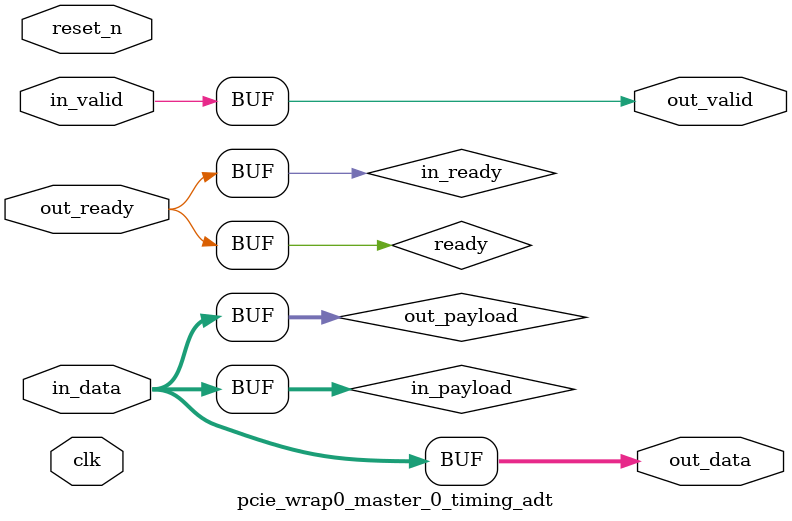
<source format=v>

`timescale 1ns / 100ps
module pcie_wrap0_master_0_timing_adt (
    
      // Interface: clk
      input              clk,
      // Interface: reset
      input              reset_n,
      // Interface: in
      input              in_valid,
      input      [ 7: 0] in_data,
      // Interface: out
      output reg         out_valid,
      output reg [ 7: 0] out_data,
      input              out_ready
);




   // ---------------------------------------------------------------------
   //| Signal Declarations
   // ---------------------------------------------------------------------

   reg  [ 7: 0] in_payload;
   reg  [ 7: 0] out_payload;
   reg  [ 0: 0] ready;
   reg          in_ready;
   // synthesis translate_off
   always @(negedge in_ready) begin
      $display("%m: The downstream component is backpressuring by deasserting ready, but the upstream component can't be backpressured.");
   end
   // synthesis translate_on   


   // ---------------------------------------------------------------------
   //| Payload Mapping
   // ---------------------------------------------------------------------
   always @* begin
     in_payload = {in_data};
     {out_data} = out_payload;
   end

   // ---------------------------------------------------------------------
   //| Ready & valid signals.
   // ---------------------------------------------------------------------
   always @* begin
     ready[0] = out_ready;
     out_valid = in_valid;
     out_payload = in_payload;
     in_ready = ready[0];
   end




endmodule


</source>
